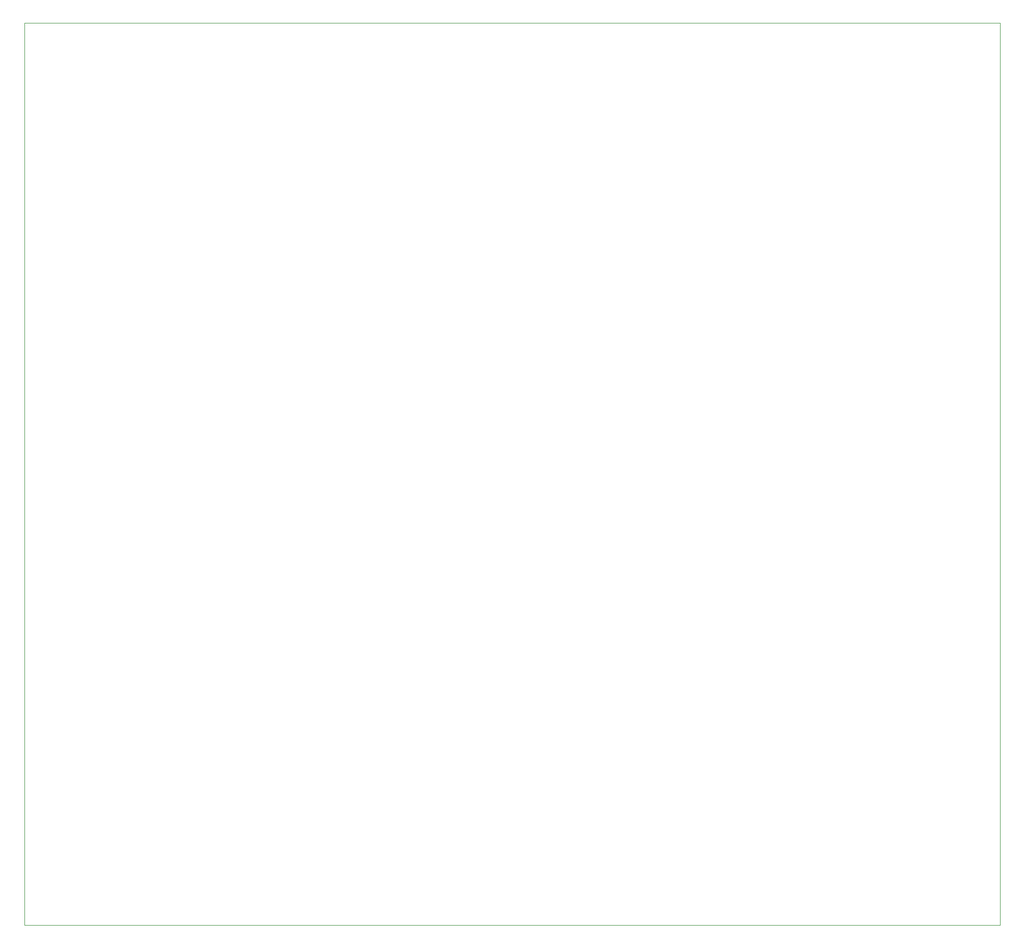
<source format=gbr>
%TF.GenerationSoftware,KiCad,Pcbnew,8.0.4*%
%TF.CreationDate,2025-07-31T13:43:54+02:00*%
%TF.ProjectId,integration_test_board,696e7465-6772-4617-9469-6f6e5f746573,rev?*%
%TF.SameCoordinates,PX1312d00PYaba9500*%
%TF.FileFunction,Profile,NP*%
%FSLAX46Y46*%
G04 Gerber Fmt 4.6, Leading zero omitted, Abs format (unit mm)*
G04 Created by KiCad (PCBNEW 8.0.4) date 2025-07-31 13:43:54*
%MOMM*%
%LPD*%
G01*
G04 APERTURE LIST*
%TA.AperFunction,Profile*%
%ADD10C,0.050000*%
%TD*%
G04 APERTURE END LIST*
D10*
X0Y150000000D02*
X162000000Y150000000D01*
X162000000Y0D01*
X0Y0D01*
X0Y150000000D01*
M02*

</source>
